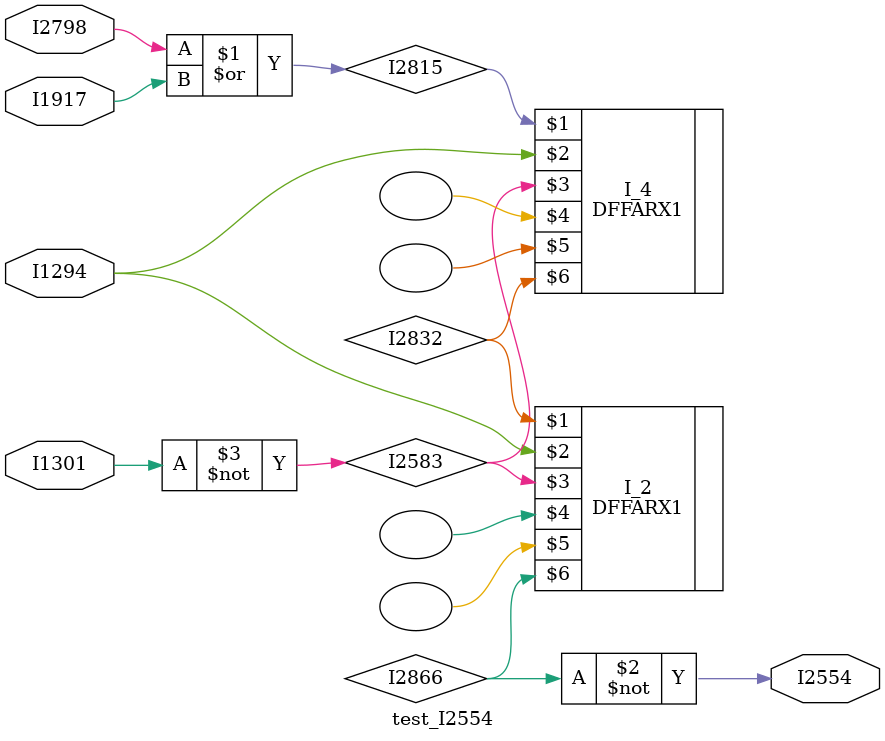
<source format=v>
module test_I2554(I2798,I1917,I1294,I1301,I2554);
input I2798,I1917,I1294,I1301;
output I2554;
wire I2815,I2866,I2583,I2832;
or I_0(I2815,I2798,I1917);
not I_1(I2554,I2866);
DFFARX1 I_2(I2832,I1294,I2583,,,I2866,);
not I_3(I2583,I1301);
DFFARX1 I_4(I2815,I1294,I2583,,,I2832,);
endmodule



</source>
